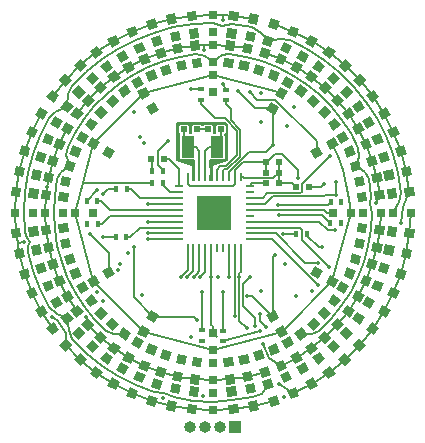
<source format=gtl>
G04 #@! TF.FileFunction,Copper,L1,Top,Signal*
%FSLAX46Y46*%
G04 Gerber Fmt 4.6, Leading zero omitted, Abs format (unit mm)*
G04 Created by KiCad (PCBNEW 4.0.6) date 08/27/17 16:41:40*
%MOMM*%
%LPD*%
G01*
G04 APERTURE LIST*
%ADD10C,0.100000*%
%ADD11R,0.400000X0.600000*%
%ADD12R,0.800000X0.800000*%
%ADD13R,0.600000X0.400000*%
%ADD14R,0.230000X0.800000*%
%ADD15R,0.800000X0.230000*%
%ADD16R,2.900000X2.900000*%
%ADD17C,0.300000*%
%ADD18R,0.600000X0.500000*%
%ADD19R,1.100000X1.900000*%
%ADD20R,0.500000X0.500000*%
%ADD21R,1.000000X1.000000*%
%ADD22O,1.000000X1.000000*%
%ADD23C,0.355600*%
%ADD24C,0.127000*%
%ADD25C,0.152400*%
G04 APERTURE END LIST*
D10*
D11*
X94310000Y-108920000D03*
X93410000Y-108920000D03*
X108530000Y-110570000D03*
X109430000Y-110570000D03*
D10*
G36*
X104532410Y-101888162D02*
X103839590Y-101488162D01*
X104239590Y-100795342D01*
X104932410Y-101195342D01*
X104532410Y-101888162D01*
X104532410Y-101888162D01*
G37*
G36*
X103782410Y-103187200D02*
X103089590Y-102787200D01*
X103489590Y-102094380D01*
X104182410Y-102494380D01*
X103782410Y-103187200D01*
X103782410Y-103187200D01*
G37*
D12*
X98550000Y-99778000D03*
X98550000Y-101278000D03*
D10*
G36*
X93260410Y-101488162D02*
X92567590Y-101888162D01*
X92167590Y-101195342D01*
X92860410Y-100795342D01*
X93260410Y-101488162D01*
X93260410Y-101488162D01*
G37*
G36*
X94010410Y-102787200D02*
X93317590Y-103187200D01*
X92917590Y-102494380D01*
X93610410Y-102094380D01*
X94010410Y-102787200D01*
X94010410Y-102787200D01*
G37*
G36*
X88988162Y-105467590D02*
X88588162Y-106160410D01*
X87895342Y-105760410D01*
X88295342Y-105067590D01*
X88988162Y-105467590D01*
X88988162Y-105467590D01*
G37*
G36*
X90287200Y-106217590D02*
X89887200Y-106910410D01*
X89194380Y-106510410D01*
X89594380Y-105817590D01*
X90287200Y-106217590D01*
X90287200Y-106217590D01*
G37*
D12*
X86878000Y-111450000D03*
X88378000Y-111450000D03*
D10*
G36*
X88588162Y-116739589D02*
X88988162Y-117432409D01*
X88295342Y-117832409D01*
X87895342Y-117139589D01*
X88588162Y-116739589D01*
X88588162Y-116739589D01*
G37*
G36*
X89887200Y-115989589D02*
X90287200Y-116682409D01*
X89594380Y-117082409D01*
X89194380Y-116389589D01*
X89887200Y-115989589D01*
X89887200Y-115989589D01*
G37*
G36*
X92567591Y-121011838D02*
X93260411Y-121411838D01*
X92860411Y-122104658D01*
X92167591Y-121704658D01*
X92567591Y-121011838D01*
X92567591Y-121011838D01*
G37*
G36*
X93317591Y-119712800D02*
X94010411Y-120112800D01*
X93610411Y-120805620D01*
X92917591Y-120405620D01*
X93317591Y-119712800D01*
X93317591Y-119712800D01*
G37*
D12*
X98550000Y-123122000D03*
X98550000Y-121622000D03*
D10*
G36*
X103839590Y-121411838D02*
X104532410Y-121011838D01*
X104932410Y-121704658D01*
X104239590Y-122104658D01*
X103839590Y-121411838D01*
X103839590Y-121411838D01*
G37*
G36*
X103089590Y-120112800D02*
X103782410Y-119712800D01*
X104182410Y-120405620D01*
X103489590Y-120805620D01*
X103089590Y-120112800D01*
X103089590Y-120112800D01*
G37*
G36*
X108111838Y-117432409D02*
X108511838Y-116739589D01*
X109204658Y-117139589D01*
X108804658Y-117832409D01*
X108111838Y-117432409D01*
X108111838Y-117432409D01*
G37*
G36*
X106812800Y-116682409D02*
X107212800Y-115989589D01*
X107905620Y-116389589D01*
X107505620Y-117082409D01*
X106812800Y-116682409D01*
X106812800Y-116682409D01*
G37*
D12*
X110222000Y-111450000D03*
X108722000Y-111450000D03*
D11*
X108520000Y-112320000D03*
X109420000Y-112320000D03*
D10*
G36*
X112328147Y-110404062D02*
X112244524Y-109608445D01*
X113040141Y-109524822D01*
X113123764Y-110320439D01*
X112328147Y-110404062D01*
X112328147Y-110404062D01*
G37*
G36*
X110836365Y-110560854D02*
X110752742Y-109765237D01*
X111548359Y-109681614D01*
X111631982Y-110477231D01*
X110836365Y-110560854D01*
X110836365Y-110560854D01*
G37*
G36*
X112143340Y-108969583D02*
X111977010Y-108187065D01*
X112759528Y-108020735D01*
X112925858Y-108803253D01*
X112143340Y-108969583D01*
X112143340Y-108969583D01*
G37*
G36*
X110676118Y-109281451D02*
X110509788Y-108498933D01*
X111292306Y-108332603D01*
X111458636Y-109115121D01*
X110676118Y-109281451D01*
X110676118Y-109281451D01*
G37*
G36*
X111809598Y-107562280D02*
X111562385Y-106801435D01*
X112323230Y-106554222D01*
X112570443Y-107315067D01*
X111809598Y-107562280D01*
X111809598Y-107562280D01*
G37*
G36*
X110383014Y-108025806D02*
X110135801Y-107264961D01*
X110896646Y-107017748D01*
X111143859Y-107778593D01*
X110383014Y-108025806D01*
X110383014Y-108025806D01*
G37*
G36*
X111330583Y-106197573D02*
X111005194Y-105466736D01*
X111736031Y-105141347D01*
X112061420Y-105872184D01*
X111330583Y-106197573D01*
X111330583Y-106197573D01*
G37*
G36*
X109960265Y-106807677D02*
X109634876Y-106076840D01*
X110365713Y-105751451D01*
X110691102Y-106482288D01*
X109960265Y-106807677D01*
X109960265Y-106807677D01*
G37*
G36*
X110711542Y-104890410D02*
X110311542Y-104197590D01*
X111004362Y-103797590D01*
X111404362Y-104490410D01*
X110711542Y-104890410D01*
X110711542Y-104890410D01*
G37*
G36*
X109412504Y-105640410D02*
X109012504Y-104947590D01*
X109705324Y-104547590D01*
X110105324Y-105240410D01*
X109412504Y-105640410D01*
X109412504Y-105640410D01*
G37*
G36*
X109959256Y-103655117D02*
X109489028Y-103007903D01*
X110136242Y-102537675D01*
X110606470Y-103184889D01*
X109959256Y-103655117D01*
X109959256Y-103655117D01*
G37*
G36*
X108745730Y-104536795D02*
X108275502Y-103889581D01*
X108922716Y-103419353D01*
X109392944Y-104066567D01*
X108745730Y-104536795D01*
X108745730Y-104536795D01*
G37*
G36*
X109081968Y-102505226D02*
X108546664Y-101910710D01*
X109141180Y-101375406D01*
X109676484Y-101969922D01*
X109081968Y-102505226D01*
X109081968Y-102505226D01*
G37*
G36*
X107967250Y-103508922D02*
X107431946Y-102914406D01*
X108026462Y-102379102D01*
X108561766Y-102973618D01*
X107967250Y-103508922D01*
X107967250Y-103508922D01*
G37*
G36*
X108089290Y-101453336D02*
X107494774Y-100918032D01*
X108030078Y-100323516D01*
X108624594Y-100858820D01*
X108089290Y-101453336D01*
X108089290Y-101453336D01*
G37*
G36*
X107085594Y-102568054D02*
X106491078Y-102032750D01*
X107026382Y-101438234D01*
X107620898Y-101973538D01*
X107085594Y-102568054D01*
X107085594Y-102568054D01*
G37*
G36*
X106992097Y-100510972D02*
X106344883Y-100040744D01*
X106815111Y-99393530D01*
X107462325Y-99863758D01*
X106992097Y-100510972D01*
X106992097Y-100510972D01*
G37*
G36*
X106110419Y-101724498D02*
X105463205Y-101254270D01*
X105933433Y-100607056D01*
X106580647Y-101077284D01*
X106110419Y-101724498D01*
X106110419Y-101724498D01*
G37*
G36*
X105802410Y-99688458D02*
X105109590Y-99288458D01*
X105509590Y-98595638D01*
X106202410Y-98995638D01*
X105802410Y-99688458D01*
X105802410Y-99688458D01*
G37*
G36*
X105052410Y-100987496D02*
X104359590Y-100587496D01*
X104759590Y-99894676D01*
X105452410Y-100294676D01*
X105052410Y-100987496D01*
X105052410Y-100987496D01*
G37*
G36*
X104533264Y-98994806D02*
X103802427Y-98669417D01*
X104127816Y-97938580D01*
X104858653Y-98263969D01*
X104533264Y-98994806D01*
X104533264Y-98994806D01*
G37*
G36*
X103923160Y-100365124D02*
X103192323Y-100039735D01*
X103517712Y-99308898D01*
X104248549Y-99634287D01*
X103923160Y-100365124D01*
X103923160Y-100365124D01*
G37*
G36*
X103198565Y-98437615D02*
X102437720Y-98190402D01*
X102684933Y-97429557D01*
X103445778Y-97676770D01*
X103198565Y-98437615D01*
X103198565Y-98437615D01*
G37*
G36*
X102735039Y-99864199D02*
X101974194Y-99616986D01*
X102221407Y-98856141D01*
X102982252Y-99103354D01*
X102735039Y-99864199D01*
X102735039Y-99864199D01*
G37*
D13*
X97520000Y-101900000D03*
X97520000Y-101000000D03*
D10*
G36*
X114854233Y-110138560D02*
X114770610Y-109342943D01*
X115566227Y-109259320D01*
X115649850Y-110054937D01*
X114854233Y-110138560D01*
X114854233Y-110138560D01*
G37*
G36*
X113362451Y-110295352D02*
X113278828Y-109499735D01*
X114074445Y-109416112D01*
X114158068Y-110211729D01*
X113362451Y-110295352D01*
X113362451Y-110295352D01*
G37*
G36*
X114627834Y-108441488D02*
X114461504Y-107658970D01*
X115244022Y-107492640D01*
X115410352Y-108275158D01*
X114627834Y-108441488D01*
X114627834Y-108441488D01*
G37*
G36*
X113160612Y-108753356D02*
X112994282Y-107970838D01*
X113776800Y-107804508D01*
X113943130Y-108587026D01*
X113160612Y-108753356D01*
X113160612Y-108753356D01*
G37*
G36*
X114225282Y-106777377D02*
X113978069Y-106016532D01*
X114738914Y-105769319D01*
X114986127Y-106530164D01*
X114225282Y-106777377D01*
X114225282Y-106777377D01*
G37*
G36*
X112798698Y-107240903D02*
X112551485Y-106480058D01*
X113312330Y-106232845D01*
X113559543Y-106993690D01*
X112798698Y-107240903D01*
X112798698Y-107240903D01*
G37*
G36*
X113650989Y-105164462D02*
X113325600Y-104433625D01*
X114056437Y-104108236D01*
X114381826Y-104839073D01*
X113650989Y-105164462D01*
X113650989Y-105164462D01*
G37*
G36*
X112280671Y-105774566D02*
X111955282Y-105043729D01*
X112686119Y-104718340D01*
X113011508Y-105449177D01*
X112280671Y-105774566D01*
X112280671Y-105774566D01*
G37*
G36*
X112911247Y-103620410D02*
X112511247Y-102927590D01*
X113204067Y-102527590D01*
X113604067Y-103220410D01*
X112911247Y-103620410D01*
X112911247Y-103620410D01*
G37*
G36*
X111612209Y-104370410D02*
X111212209Y-103677590D01*
X111905029Y-103277590D01*
X112305029Y-103970410D01*
X111612209Y-104370410D01*
X111612209Y-104370410D01*
G37*
G36*
X112014159Y-102162143D02*
X111543931Y-101514929D01*
X112191145Y-101044701D01*
X112661373Y-101691915D01*
X112014159Y-102162143D01*
X112014159Y-102162143D01*
G37*
G36*
X110800633Y-103043821D02*
X110330405Y-102396607D01*
X110977619Y-101926379D01*
X111447847Y-102573593D01*
X110800633Y-103043821D01*
X110800633Y-103043821D01*
G37*
G36*
X110969556Y-100805635D02*
X110434252Y-100211119D01*
X111028768Y-99675815D01*
X111564072Y-100270331D01*
X110969556Y-100805635D01*
X110969556Y-100805635D01*
G37*
G36*
X109854838Y-101809331D02*
X109319534Y-101214815D01*
X109914050Y-100679511D01*
X110449354Y-101274027D01*
X109854838Y-101809331D01*
X109854838Y-101809331D01*
G37*
G36*
X109788881Y-99565748D02*
X109194365Y-99030444D01*
X109729669Y-98435928D01*
X110324185Y-98971232D01*
X109788881Y-99565748D01*
X109788881Y-99565748D01*
G37*
G36*
X108785185Y-100680466D02*
X108190669Y-100145162D01*
X108725973Y-99550646D01*
X109320489Y-100085950D01*
X108785185Y-100680466D01*
X108785185Y-100680466D01*
G37*
G36*
X108485071Y-98456069D02*
X107837857Y-97985841D01*
X108308085Y-97338627D01*
X108955299Y-97808855D01*
X108485071Y-98456069D01*
X108485071Y-98456069D01*
G37*
G36*
X107603393Y-99669595D02*
X106956179Y-99199367D01*
X107426407Y-98552153D01*
X108073621Y-99022381D01*
X107603393Y-99669595D01*
X107603393Y-99669595D01*
G37*
G36*
X107072410Y-97488753D02*
X106379590Y-97088753D01*
X106779590Y-96395933D01*
X107472410Y-96795933D01*
X107072410Y-97488753D01*
X107072410Y-97488753D01*
G37*
G36*
X106322410Y-98787791D02*
X105629590Y-98387791D01*
X106029590Y-97694971D01*
X106722410Y-98094971D01*
X106322410Y-98787791D01*
X106322410Y-98787791D01*
G37*
G36*
X105566375Y-96674400D02*
X104835538Y-96349011D01*
X105160927Y-95618174D01*
X105891764Y-95943563D01*
X105566375Y-96674400D01*
X105566375Y-96674400D01*
G37*
G36*
X104956271Y-98044718D02*
X104225434Y-97719329D01*
X104550823Y-96988492D01*
X105281660Y-97313881D01*
X104956271Y-98044718D01*
X104956271Y-98044718D01*
G37*
G36*
X103983468Y-96021931D02*
X103222623Y-95774718D01*
X103469836Y-95013873D01*
X104230681Y-95261086D01*
X103983468Y-96021931D01*
X103983468Y-96021931D01*
G37*
G36*
X103519942Y-97448515D02*
X102759097Y-97201302D01*
X103006310Y-96440457D01*
X103767155Y-96687670D01*
X103519942Y-97448515D01*
X103519942Y-97448515D01*
G37*
D13*
X99640000Y-101940000D03*
X99640000Y-101040000D03*
D10*
G36*
X101812935Y-98022990D02*
X101030417Y-97856660D01*
X101196747Y-97074142D01*
X101979265Y-97240472D01*
X101812935Y-98022990D01*
X101812935Y-98022990D01*
G37*
G36*
X101501067Y-99490212D02*
X100718549Y-99323882D01*
X100884879Y-98541364D01*
X101667397Y-98707694D01*
X101501067Y-99490212D01*
X101501067Y-99490212D01*
G37*
G36*
X100391555Y-97755476D02*
X99595938Y-97671853D01*
X99679561Y-96876236D01*
X100475178Y-96959859D01*
X100391555Y-97755476D01*
X100391555Y-97755476D01*
G37*
G36*
X100234763Y-99247258D02*
X99439146Y-99163635D01*
X99522769Y-98368018D01*
X100318386Y-98451641D01*
X100234763Y-99247258D01*
X100234763Y-99247258D01*
G37*
D12*
X98550000Y-97238000D03*
X98550000Y-98738000D03*
D10*
G36*
X97504062Y-97671853D02*
X96708445Y-97755476D01*
X96624822Y-96959859D01*
X97420439Y-96876236D01*
X97504062Y-97671853D01*
X97504062Y-97671853D01*
G37*
G36*
X97660854Y-99163635D02*
X96865237Y-99247258D01*
X96781614Y-98451641D01*
X97577231Y-98368018D01*
X97660854Y-99163635D01*
X97660854Y-99163635D01*
G37*
G36*
X96069583Y-97856660D02*
X95287065Y-98022990D01*
X95120735Y-97240472D01*
X95903253Y-97074142D01*
X96069583Y-97856660D01*
X96069583Y-97856660D01*
G37*
G36*
X96381451Y-99323882D02*
X95598933Y-99490212D01*
X95432603Y-98707694D01*
X96215121Y-98541364D01*
X96381451Y-99323882D01*
X96381451Y-99323882D01*
G37*
G36*
X94662280Y-98190402D02*
X93901435Y-98437615D01*
X93654222Y-97676770D01*
X94415067Y-97429557D01*
X94662280Y-98190402D01*
X94662280Y-98190402D01*
G37*
G36*
X95125806Y-99616986D02*
X94364961Y-99864199D01*
X94117748Y-99103354D01*
X94878593Y-98856141D01*
X95125806Y-99616986D01*
X95125806Y-99616986D01*
G37*
G36*
X93297573Y-98669417D02*
X92566736Y-98994806D01*
X92241347Y-98263969D01*
X92972184Y-97938580D01*
X93297573Y-98669417D01*
X93297573Y-98669417D01*
G37*
G36*
X93907677Y-100039735D02*
X93176840Y-100365124D01*
X92851451Y-99634287D01*
X93582288Y-99308898D01*
X93907677Y-100039735D01*
X93907677Y-100039735D01*
G37*
G36*
X91990410Y-99288458D02*
X91297590Y-99688458D01*
X90897590Y-98995638D01*
X91590410Y-98595638D01*
X91990410Y-99288458D01*
X91990410Y-99288458D01*
G37*
G36*
X92740410Y-100587496D02*
X92047590Y-100987496D01*
X91647590Y-100294676D01*
X92340410Y-99894676D01*
X92740410Y-100587496D01*
X92740410Y-100587496D01*
G37*
G36*
X90755117Y-100040744D02*
X90107903Y-100510972D01*
X89637675Y-99863758D01*
X90284889Y-99393530D01*
X90755117Y-100040744D01*
X90755117Y-100040744D01*
G37*
G36*
X91636795Y-101254270D02*
X90989581Y-101724498D01*
X90519353Y-101077284D01*
X91166567Y-100607056D01*
X91636795Y-101254270D01*
X91636795Y-101254270D01*
G37*
G36*
X89605226Y-100918032D02*
X89010710Y-101453336D01*
X88475406Y-100858820D01*
X89069922Y-100323516D01*
X89605226Y-100918032D01*
X89605226Y-100918032D01*
G37*
G36*
X90608922Y-102032750D02*
X90014406Y-102568054D01*
X89479102Y-101973538D01*
X90073618Y-101438234D01*
X90608922Y-102032750D01*
X90608922Y-102032750D01*
G37*
G36*
X88553336Y-101910710D02*
X88018032Y-102505226D01*
X87423516Y-101969922D01*
X87958820Y-101375406D01*
X88553336Y-101910710D01*
X88553336Y-101910710D01*
G37*
G36*
X89668054Y-102914406D02*
X89132750Y-103508922D01*
X88538234Y-102973618D01*
X89073538Y-102379102D01*
X89668054Y-102914406D01*
X89668054Y-102914406D01*
G37*
G36*
X87610972Y-103007903D02*
X87140744Y-103655117D01*
X86493530Y-103184889D01*
X86963758Y-102537675D01*
X87610972Y-103007903D01*
X87610972Y-103007903D01*
G37*
G36*
X88824498Y-103889581D02*
X88354270Y-104536795D01*
X87707056Y-104066567D01*
X88177284Y-103419353D01*
X88824498Y-103889581D01*
X88824498Y-103889581D01*
G37*
D11*
X88790000Y-110500000D03*
X87890000Y-110500000D03*
D10*
G36*
X102341030Y-95538496D02*
X101558512Y-95372166D01*
X101724842Y-94589648D01*
X102507360Y-94755978D01*
X102341030Y-95538496D01*
X102341030Y-95538496D01*
G37*
G36*
X102029162Y-97005718D02*
X101246644Y-96839388D01*
X101412974Y-96056870D01*
X102195492Y-96223200D01*
X102029162Y-97005718D01*
X102029162Y-97005718D01*
G37*
G36*
X100657057Y-95229390D02*
X99861440Y-95145767D01*
X99945063Y-94350150D01*
X100740680Y-94433773D01*
X100657057Y-95229390D01*
X100657057Y-95229390D01*
G37*
G36*
X100500265Y-96721172D02*
X99704648Y-96637549D01*
X99788271Y-95841932D01*
X100583888Y-95925555D01*
X100500265Y-96721172D01*
X100500265Y-96721172D01*
G37*
D12*
X98550000Y-94698000D03*
X98550000Y-96198000D03*
D10*
G36*
X97238560Y-95145767D02*
X96442943Y-95229390D01*
X96359320Y-94433773D01*
X97154937Y-94350150D01*
X97238560Y-95145767D01*
X97238560Y-95145767D01*
G37*
G36*
X97395352Y-96637549D02*
X96599735Y-96721172D01*
X96516112Y-95925555D01*
X97311729Y-95841932D01*
X97395352Y-96637549D01*
X97395352Y-96637549D01*
G37*
G36*
X95541488Y-95372166D02*
X94758970Y-95538496D01*
X94592640Y-94755978D01*
X95375158Y-94589648D01*
X95541488Y-95372166D01*
X95541488Y-95372166D01*
G37*
G36*
X95853356Y-96839388D02*
X95070838Y-97005718D01*
X94904508Y-96223200D01*
X95687026Y-96056870D01*
X95853356Y-96839388D01*
X95853356Y-96839388D01*
G37*
G36*
X90720410Y-97088753D02*
X90027590Y-97488753D01*
X89627590Y-96795933D01*
X90320410Y-96395933D01*
X90720410Y-97088753D01*
X90720410Y-97088753D01*
G37*
G36*
X91470410Y-98387791D02*
X90777590Y-98787791D01*
X90377590Y-98094971D01*
X91070410Y-97694971D01*
X91470410Y-98387791D01*
X91470410Y-98387791D01*
G37*
G36*
X87905635Y-99030444D02*
X87311119Y-99565748D01*
X86775815Y-98971232D01*
X87370331Y-98435928D01*
X87905635Y-99030444D01*
X87905635Y-99030444D01*
G37*
G36*
X88909331Y-100145162D02*
X88314815Y-100680466D01*
X87779511Y-100085950D01*
X88374027Y-99550646D01*
X88909331Y-100145162D01*
X88909331Y-100145162D01*
G37*
G36*
X86665748Y-100211119D02*
X86130444Y-100805635D01*
X85535928Y-100270331D01*
X86071232Y-99675815D01*
X86665748Y-100211119D01*
X86665748Y-100211119D01*
G37*
G36*
X87780466Y-101214815D02*
X87245162Y-101809331D01*
X86650646Y-101274027D01*
X87185950Y-100679511D01*
X87780466Y-101214815D01*
X87780466Y-101214815D01*
G37*
G36*
X85556069Y-101514929D02*
X85085841Y-102162143D01*
X84438627Y-101691915D01*
X84908855Y-101044701D01*
X85556069Y-101514929D01*
X85556069Y-101514929D01*
G37*
G36*
X86769595Y-102396607D02*
X86299367Y-103043821D01*
X85652153Y-102573593D01*
X86122381Y-101926379D01*
X86769595Y-102396607D01*
X86769595Y-102396607D01*
G37*
D11*
X88810000Y-112420000D03*
X87910000Y-112420000D03*
D10*
G36*
X86788458Y-104197590D02*
X86388458Y-104890410D01*
X85695638Y-104490410D01*
X86095638Y-103797590D01*
X86788458Y-104197590D01*
X86788458Y-104197590D01*
G37*
G36*
X88087496Y-104947590D02*
X87687496Y-105640410D01*
X86994676Y-105240410D01*
X87394676Y-104547590D01*
X88087496Y-104947590D01*
X88087496Y-104947590D01*
G37*
G36*
X86094806Y-105466736D02*
X85769417Y-106197573D01*
X85038580Y-105872184D01*
X85363969Y-105141347D01*
X86094806Y-105466736D01*
X86094806Y-105466736D01*
G37*
G36*
X87465124Y-106076840D02*
X87139735Y-106807677D01*
X86408898Y-106482288D01*
X86734287Y-105751451D01*
X87465124Y-106076840D01*
X87465124Y-106076840D01*
G37*
G36*
X85537615Y-106801435D02*
X85290402Y-107562280D01*
X84529557Y-107315067D01*
X84776770Y-106554222D01*
X85537615Y-106801435D01*
X85537615Y-106801435D01*
G37*
G36*
X86964199Y-107264961D02*
X86716986Y-108025806D01*
X85956141Y-107778593D01*
X86203354Y-107017748D01*
X86964199Y-107264961D01*
X86964199Y-107264961D01*
G37*
G36*
X85122990Y-108187065D02*
X84956660Y-108969583D01*
X84174142Y-108803253D01*
X84340472Y-108020735D01*
X85122990Y-108187065D01*
X85122990Y-108187065D01*
G37*
G36*
X86590212Y-108498933D02*
X86423882Y-109281451D01*
X85641364Y-109115121D01*
X85807694Y-108332603D01*
X86590212Y-108498933D01*
X86590212Y-108498933D01*
G37*
G36*
X84855476Y-109608445D02*
X84771853Y-110404062D01*
X83976236Y-110320439D01*
X84059859Y-109524822D01*
X84855476Y-109608445D01*
X84855476Y-109608445D01*
G37*
G36*
X86347258Y-109765237D02*
X86263635Y-110560854D01*
X85468018Y-110477231D01*
X85551641Y-109681614D01*
X86347258Y-109765237D01*
X86347258Y-109765237D01*
G37*
D12*
X84338000Y-111450000D03*
X85838000Y-111450000D03*
D10*
G36*
X84771853Y-112495938D02*
X84855476Y-113291555D01*
X84059859Y-113375178D01*
X83976236Y-112579561D01*
X84771853Y-112495938D01*
X84771853Y-112495938D01*
G37*
G36*
X86263635Y-112339146D02*
X86347258Y-113134763D01*
X85551641Y-113218386D01*
X85468018Y-112422769D01*
X86263635Y-112339146D01*
X86263635Y-112339146D01*
G37*
G36*
X84956660Y-113930417D02*
X85122990Y-114712935D01*
X84340472Y-114879265D01*
X84174142Y-114096747D01*
X84956660Y-113930417D01*
X84956660Y-113930417D01*
G37*
G36*
X86423882Y-113618549D02*
X86590212Y-114401067D01*
X85807694Y-114567397D01*
X85641364Y-113784879D01*
X86423882Y-113618549D01*
X86423882Y-113618549D01*
G37*
G36*
X85290402Y-115337720D02*
X85537615Y-116098565D01*
X84776770Y-116345778D01*
X84529557Y-115584933D01*
X85290402Y-115337720D01*
X85290402Y-115337720D01*
G37*
G36*
X86716986Y-114874194D02*
X86964199Y-115635039D01*
X86203354Y-115882252D01*
X85956141Y-115121407D01*
X86716986Y-114874194D01*
X86716986Y-114874194D01*
G37*
G36*
X85769417Y-116702427D02*
X86094806Y-117433264D01*
X85363969Y-117758653D01*
X85038580Y-117027816D01*
X85769417Y-116702427D01*
X85769417Y-116702427D01*
G37*
G36*
X87139735Y-116092323D02*
X87465124Y-116823160D01*
X86734287Y-117148549D01*
X86408898Y-116417712D01*
X87139735Y-116092323D01*
X87139735Y-116092323D01*
G37*
G36*
X86388458Y-118009589D02*
X86788458Y-118702409D01*
X86095638Y-119102409D01*
X85695638Y-118409589D01*
X86388458Y-118009589D01*
X86388458Y-118009589D01*
G37*
G36*
X87687496Y-117259589D02*
X88087496Y-117952409D01*
X87394676Y-118352409D01*
X86994676Y-117659589D01*
X87687496Y-117259589D01*
X87687496Y-117259589D01*
G37*
G36*
X87140744Y-119244883D02*
X87610972Y-119892097D01*
X86963758Y-120362325D01*
X86493530Y-119715111D01*
X87140744Y-119244883D01*
X87140744Y-119244883D01*
G37*
G36*
X88354270Y-118363205D02*
X88824498Y-119010419D01*
X88177284Y-119480647D01*
X87707056Y-118833433D01*
X88354270Y-118363205D01*
X88354270Y-118363205D01*
G37*
G36*
X83774400Y-104433625D02*
X83449011Y-105164462D01*
X82718174Y-104839073D01*
X83043563Y-104108236D01*
X83774400Y-104433625D01*
X83774400Y-104433625D01*
G37*
G36*
X85144718Y-105043729D02*
X84819329Y-105774566D01*
X84088492Y-105449177D01*
X84413881Y-104718340D01*
X85144718Y-105043729D01*
X85144718Y-105043729D01*
G37*
G36*
X83121931Y-106016532D02*
X82874718Y-106777377D01*
X82113873Y-106530164D01*
X82361086Y-105769319D01*
X83121931Y-106016532D01*
X83121931Y-106016532D01*
G37*
G36*
X84548515Y-106480058D02*
X84301302Y-107240903D01*
X83540457Y-106993690D01*
X83787670Y-106232845D01*
X84548515Y-106480058D01*
X84548515Y-106480058D01*
G37*
G36*
X82329390Y-109342943D02*
X82245767Y-110138560D01*
X81450150Y-110054937D01*
X81533773Y-109259320D01*
X82329390Y-109342943D01*
X82329390Y-109342943D01*
G37*
G36*
X83821172Y-109499735D02*
X83737549Y-110295352D01*
X82941932Y-110211729D01*
X83025555Y-109416112D01*
X83821172Y-109499735D01*
X83821172Y-109499735D01*
G37*
D12*
X81798000Y-111450000D03*
X83298000Y-111450000D03*
D10*
G36*
X82245767Y-112761440D02*
X82329390Y-113557057D01*
X81533773Y-113640680D01*
X81450150Y-112845063D01*
X82245767Y-112761440D01*
X82245767Y-112761440D01*
G37*
G36*
X83737549Y-112604648D02*
X83821172Y-113400265D01*
X83025555Y-113483888D01*
X82941932Y-112688271D01*
X83737549Y-112604648D01*
X83737549Y-112604648D01*
G37*
G36*
X82472166Y-114458512D02*
X82638496Y-115241030D01*
X81855978Y-115407360D01*
X81689648Y-114624842D01*
X82472166Y-114458512D01*
X82472166Y-114458512D01*
G37*
G36*
X83939388Y-114146644D02*
X84105718Y-114929162D01*
X83323200Y-115095492D01*
X83156870Y-114312974D01*
X83939388Y-114146644D01*
X83939388Y-114146644D01*
G37*
G36*
X82874718Y-116122623D02*
X83121931Y-116883468D01*
X82361086Y-117130681D01*
X82113873Y-116369836D01*
X82874718Y-116122623D01*
X82874718Y-116122623D01*
G37*
G36*
X84301302Y-115659097D02*
X84548515Y-116419942D01*
X83787670Y-116667155D01*
X83540457Y-115906310D01*
X84301302Y-115659097D01*
X84301302Y-115659097D01*
G37*
G36*
X83449011Y-117735538D02*
X83774400Y-118466375D01*
X83043563Y-118791764D01*
X82718174Y-118060927D01*
X83449011Y-117735538D01*
X83449011Y-117735538D01*
G37*
G36*
X84819329Y-117125434D02*
X85144718Y-117856271D01*
X84413881Y-118181660D01*
X84088492Y-117450823D01*
X84819329Y-117125434D01*
X84819329Y-117125434D01*
G37*
G36*
X84188753Y-119279589D02*
X84588753Y-119972409D01*
X83895933Y-120372409D01*
X83495933Y-119679589D01*
X84188753Y-119279589D01*
X84188753Y-119279589D01*
G37*
G36*
X85487791Y-118529589D02*
X85887791Y-119222409D01*
X85194971Y-119622409D01*
X84794971Y-118929589D01*
X85487791Y-118529589D01*
X85487791Y-118529589D01*
G37*
G36*
X85085841Y-120737857D02*
X85556069Y-121385071D01*
X84908855Y-121855299D01*
X84438627Y-121208085D01*
X85085841Y-120737857D01*
X85085841Y-120737857D01*
G37*
G36*
X86299367Y-119856179D02*
X86769595Y-120503393D01*
X86122381Y-120973621D01*
X85652153Y-120326407D01*
X86299367Y-119856179D01*
X86299367Y-119856179D01*
G37*
D11*
X91280000Y-109460000D03*
X90380000Y-109460000D03*
D10*
G36*
X88018032Y-120394774D02*
X88553336Y-120989290D01*
X87958820Y-121524594D01*
X87423516Y-120930078D01*
X88018032Y-120394774D01*
X88018032Y-120394774D01*
G37*
G36*
X89132750Y-119391078D02*
X89668054Y-119985594D01*
X89073538Y-120520898D01*
X88538234Y-119926382D01*
X89132750Y-119391078D01*
X89132750Y-119391078D01*
G37*
G36*
X89010710Y-121446664D02*
X89605226Y-121981968D01*
X89069922Y-122576484D01*
X88475406Y-122041180D01*
X89010710Y-121446664D01*
X89010710Y-121446664D01*
G37*
G36*
X90014406Y-120331946D02*
X90608922Y-120867250D01*
X90073618Y-121461766D01*
X89479102Y-120926462D01*
X90014406Y-120331946D01*
X90014406Y-120331946D01*
G37*
G36*
X90107903Y-122389028D02*
X90755117Y-122859256D01*
X90284889Y-123506470D01*
X89637675Y-123036242D01*
X90107903Y-122389028D01*
X90107903Y-122389028D01*
G37*
G36*
X90989581Y-121175502D02*
X91636795Y-121645730D01*
X91166567Y-122292944D01*
X90519353Y-121822716D01*
X90989581Y-121175502D01*
X90989581Y-121175502D01*
G37*
G36*
X91297591Y-123211542D02*
X91990411Y-123611542D01*
X91590411Y-124304362D01*
X90897591Y-123904362D01*
X91297591Y-123211542D01*
X91297591Y-123211542D01*
G37*
G36*
X92047591Y-121912504D02*
X92740411Y-122312504D01*
X92340411Y-123005324D01*
X91647591Y-122605324D01*
X92047591Y-121912504D01*
X92047591Y-121912504D01*
G37*
G36*
X92566736Y-123905194D02*
X93297573Y-124230583D01*
X92972184Y-124961420D01*
X92241347Y-124636031D01*
X92566736Y-123905194D01*
X92566736Y-123905194D01*
G37*
G36*
X93176840Y-122534876D02*
X93907677Y-122860265D01*
X93582288Y-123591102D01*
X92851451Y-123265713D01*
X93176840Y-122534876D01*
X93176840Y-122534876D01*
G37*
G36*
X93901435Y-124462385D02*
X94662280Y-124709598D01*
X94415067Y-125470443D01*
X93654222Y-125223230D01*
X93901435Y-124462385D01*
X93901435Y-124462385D01*
G37*
G36*
X94364961Y-123035801D02*
X95125806Y-123283014D01*
X94878593Y-124043859D01*
X94117748Y-123796646D01*
X94364961Y-123035801D01*
X94364961Y-123035801D01*
G37*
G36*
X95287065Y-124877010D02*
X96069583Y-125043340D01*
X95903253Y-125825858D01*
X95120735Y-125659528D01*
X95287065Y-124877010D01*
X95287065Y-124877010D01*
G37*
G36*
X95598933Y-123409788D02*
X96381451Y-123576118D01*
X96215121Y-124358636D01*
X95432603Y-124192306D01*
X95598933Y-123409788D01*
X95598933Y-123409788D01*
G37*
G36*
X96708445Y-125144524D02*
X97504062Y-125228147D01*
X97420439Y-126023764D01*
X96624822Y-125940141D01*
X96708445Y-125144524D01*
X96708445Y-125144524D01*
G37*
G36*
X96865237Y-123652742D02*
X97660854Y-123736365D01*
X97577231Y-124531982D01*
X96781614Y-124448359D01*
X96865237Y-123652742D01*
X96865237Y-123652742D01*
G37*
D12*
X98550000Y-125662000D03*
X98550000Y-124162000D03*
D10*
G36*
X99595938Y-125228147D02*
X100391555Y-125144524D01*
X100475178Y-125940141D01*
X99679561Y-126023764D01*
X99595938Y-125228147D01*
X99595938Y-125228147D01*
G37*
G36*
X99439146Y-123736365D02*
X100234763Y-123652742D01*
X100318386Y-124448359D01*
X99522769Y-124531982D01*
X99439146Y-123736365D01*
X99439146Y-123736365D01*
G37*
G36*
X101030417Y-125043340D02*
X101812935Y-124877010D01*
X101979265Y-125659528D01*
X101196747Y-125825858D01*
X101030417Y-125043340D01*
X101030417Y-125043340D01*
G37*
G36*
X100718549Y-123576118D02*
X101501067Y-123409788D01*
X101667397Y-124192306D01*
X100884879Y-124358636D01*
X100718549Y-123576118D01*
X100718549Y-123576118D01*
G37*
G36*
X102437720Y-124709598D02*
X103198565Y-124462385D01*
X103445778Y-125223230D01*
X102684933Y-125470443D01*
X102437720Y-124709598D01*
X102437720Y-124709598D01*
G37*
G36*
X101974194Y-123283014D02*
X102735039Y-123035801D01*
X102982252Y-123796646D01*
X102221407Y-124043859D01*
X101974194Y-123283014D01*
X101974194Y-123283014D01*
G37*
D13*
X99430000Y-121440000D03*
X99430000Y-122340000D03*
D10*
G36*
X86130444Y-122094365D02*
X86665748Y-122688881D01*
X86071232Y-123224185D01*
X85535928Y-122629669D01*
X86130444Y-122094365D01*
X86130444Y-122094365D01*
G37*
G36*
X87245162Y-121090669D02*
X87780466Y-121685185D01*
X87185950Y-122220489D01*
X86650646Y-121625973D01*
X87245162Y-121090669D01*
X87245162Y-121090669D01*
G37*
G36*
X87311119Y-123334252D02*
X87905635Y-123869556D01*
X87370331Y-124464072D01*
X86775815Y-123928768D01*
X87311119Y-123334252D01*
X87311119Y-123334252D01*
G37*
G36*
X88314815Y-122219534D02*
X88909331Y-122754838D01*
X88374027Y-123349354D01*
X87779511Y-122814050D01*
X88314815Y-122219534D01*
X88314815Y-122219534D01*
G37*
G36*
X88614929Y-124443931D02*
X89262143Y-124914159D01*
X88791915Y-125561373D01*
X88144701Y-125091145D01*
X88614929Y-124443931D01*
X88614929Y-124443931D01*
G37*
G36*
X89496607Y-123230405D02*
X90143821Y-123700633D01*
X89673593Y-124347847D01*
X89026379Y-123877619D01*
X89496607Y-123230405D01*
X89496607Y-123230405D01*
G37*
G36*
X90027591Y-125411247D02*
X90720411Y-125811247D01*
X90320411Y-126504067D01*
X89627591Y-126104067D01*
X90027591Y-125411247D01*
X90027591Y-125411247D01*
G37*
G36*
X90777591Y-124112209D02*
X91470411Y-124512209D01*
X91070411Y-125205029D01*
X90377591Y-124805029D01*
X90777591Y-124112209D01*
X90777591Y-124112209D01*
G37*
G36*
X91533625Y-126225600D02*
X92264462Y-126550989D01*
X91939073Y-127281826D01*
X91208236Y-126956437D01*
X91533625Y-126225600D01*
X91533625Y-126225600D01*
G37*
G36*
X92143729Y-124855282D02*
X92874566Y-125180671D01*
X92549177Y-125911508D01*
X91818340Y-125586119D01*
X92143729Y-124855282D01*
X92143729Y-124855282D01*
G37*
G36*
X94758970Y-127361504D02*
X95541488Y-127527834D01*
X95375158Y-128310352D01*
X94592640Y-128144022D01*
X94758970Y-127361504D01*
X94758970Y-127361504D01*
G37*
G36*
X95070838Y-125894282D02*
X95853356Y-126060612D01*
X95687026Y-126843130D01*
X94904508Y-126676800D01*
X95070838Y-125894282D01*
X95070838Y-125894282D01*
G37*
G36*
X96442943Y-127670610D02*
X97238560Y-127754233D01*
X97154937Y-128549850D01*
X96359320Y-128466227D01*
X96442943Y-127670610D01*
X96442943Y-127670610D01*
G37*
G36*
X96599735Y-126178828D02*
X97395352Y-126262451D01*
X97311729Y-127058068D01*
X96516112Y-126974445D01*
X96599735Y-126178828D01*
X96599735Y-126178828D01*
G37*
D12*
X98550000Y-128202000D03*
X98550000Y-126702000D03*
D10*
G36*
X99861440Y-127754233D02*
X100657057Y-127670610D01*
X100740680Y-128466227D01*
X99945063Y-128549850D01*
X99861440Y-127754233D01*
X99861440Y-127754233D01*
G37*
G36*
X99704648Y-126262451D02*
X100500265Y-126178828D01*
X100583888Y-126974445D01*
X99788271Y-127058068D01*
X99704648Y-126262451D01*
X99704648Y-126262451D01*
G37*
G36*
X101558512Y-127527834D02*
X102341030Y-127361504D01*
X102507360Y-128144022D01*
X101724842Y-128310352D01*
X101558512Y-127527834D01*
X101558512Y-127527834D01*
G37*
G36*
X101246644Y-126060612D02*
X102029162Y-125894282D01*
X102195492Y-126676800D01*
X101412974Y-126843130D01*
X101246644Y-126060612D01*
X101246644Y-126060612D01*
G37*
G36*
X103222623Y-127125282D02*
X103983468Y-126878069D01*
X104230681Y-127638914D01*
X103469836Y-127886127D01*
X103222623Y-127125282D01*
X103222623Y-127125282D01*
G37*
G36*
X102759097Y-125698698D02*
X103519942Y-125451485D01*
X103767155Y-126212330D01*
X103006310Y-126459543D01*
X102759097Y-125698698D01*
X102759097Y-125698698D01*
G37*
G36*
X105109590Y-123611542D02*
X105802410Y-123211542D01*
X106202410Y-123904362D01*
X105509590Y-124304362D01*
X105109590Y-123611542D01*
X105109590Y-123611542D01*
G37*
G36*
X104359590Y-122312504D02*
X105052410Y-121912504D01*
X105452410Y-122605324D01*
X104759590Y-123005324D01*
X104359590Y-122312504D01*
X104359590Y-122312504D01*
G37*
G36*
X106344883Y-122859256D02*
X106992097Y-122389028D01*
X107462325Y-123036242D01*
X106815111Y-123506470D01*
X106344883Y-122859256D01*
X106344883Y-122859256D01*
G37*
G36*
X105463205Y-121645730D02*
X106110419Y-121175502D01*
X106580647Y-121822716D01*
X105933433Y-122292944D01*
X105463205Y-121645730D01*
X105463205Y-121645730D01*
G37*
G36*
X108546664Y-120989290D02*
X109081968Y-120394774D01*
X109676484Y-120930078D01*
X109141180Y-121524594D01*
X108546664Y-120989290D01*
X108546664Y-120989290D01*
G37*
G36*
X107431946Y-119985594D02*
X107967250Y-119391078D01*
X108561766Y-119926382D01*
X108026462Y-120520898D01*
X107431946Y-119985594D01*
X107431946Y-119985594D01*
G37*
G36*
X110311542Y-118702409D02*
X110711542Y-118009589D01*
X111404362Y-118409589D01*
X111004362Y-119102409D01*
X110311542Y-118702409D01*
X110311542Y-118702409D01*
G37*
G36*
X109012504Y-117952409D02*
X109412504Y-117259589D01*
X110105324Y-117659589D01*
X109705324Y-118352409D01*
X109012504Y-117952409D01*
X109012504Y-117952409D01*
G37*
G36*
X111005194Y-117433264D02*
X111330583Y-116702427D01*
X112061420Y-117027816D01*
X111736031Y-117758653D01*
X111005194Y-117433264D01*
X111005194Y-117433264D01*
G37*
G36*
X109634876Y-116823160D02*
X109960265Y-116092323D01*
X110691102Y-116417712D01*
X110365713Y-117148549D01*
X109634876Y-116823160D01*
X109634876Y-116823160D01*
G37*
G36*
X111562385Y-116098565D02*
X111809598Y-115337720D01*
X112570443Y-115584933D01*
X112323230Y-116345778D01*
X111562385Y-116098565D01*
X111562385Y-116098565D01*
G37*
G36*
X110135801Y-115635039D02*
X110383014Y-114874194D01*
X111143859Y-115121407D01*
X110896646Y-115882252D01*
X110135801Y-115635039D01*
X110135801Y-115635039D01*
G37*
G36*
X111977010Y-114712935D02*
X112143340Y-113930417D01*
X112925858Y-114096747D01*
X112759528Y-114879265D01*
X111977010Y-114712935D01*
X111977010Y-114712935D01*
G37*
G36*
X110509788Y-114401067D02*
X110676118Y-113618549D01*
X111458636Y-113784879D01*
X111292306Y-114567397D01*
X110509788Y-114401067D01*
X110509788Y-114401067D01*
G37*
G36*
X112244524Y-113291555D02*
X112328147Y-112495938D01*
X113123764Y-112579561D01*
X113040141Y-113375178D01*
X112244524Y-113291555D01*
X112244524Y-113291555D01*
G37*
G36*
X110752742Y-113134763D02*
X110836365Y-112339146D01*
X111631982Y-112422769D01*
X111548359Y-113218386D01*
X110752742Y-113134763D01*
X110752742Y-113134763D01*
G37*
D12*
X112762000Y-111450000D03*
X111262000Y-111450000D03*
D11*
X105640000Y-113300000D03*
X106540000Y-113300000D03*
D10*
G36*
X104835538Y-126550989D02*
X105566375Y-126225600D01*
X105891764Y-126956437D01*
X105160927Y-127281826D01*
X104835538Y-126550989D01*
X104835538Y-126550989D01*
G37*
G36*
X104225434Y-125180671D02*
X104956271Y-124855282D01*
X105281660Y-125586119D01*
X104550823Y-125911508D01*
X104225434Y-125180671D01*
X104225434Y-125180671D01*
G37*
G36*
X106379590Y-125811247D02*
X107072410Y-125411247D01*
X107472410Y-126104067D01*
X106779590Y-126504067D01*
X106379590Y-125811247D01*
X106379590Y-125811247D01*
G37*
G36*
X105629590Y-124512209D02*
X106322410Y-124112209D01*
X106722410Y-124805029D01*
X106029590Y-125205029D01*
X105629590Y-124512209D01*
X105629590Y-124512209D01*
G37*
G36*
X107837857Y-124914159D02*
X108485071Y-124443931D01*
X108955299Y-125091145D01*
X108308085Y-125561373D01*
X107837857Y-124914159D01*
X107837857Y-124914159D01*
G37*
G36*
X106956179Y-123700633D02*
X107603393Y-123230405D01*
X108073621Y-123877619D01*
X107426407Y-124347847D01*
X106956179Y-123700633D01*
X106956179Y-123700633D01*
G37*
G36*
X109194365Y-123869556D02*
X109788881Y-123334252D01*
X110324185Y-123928768D01*
X109729669Y-124464072D01*
X109194365Y-123869556D01*
X109194365Y-123869556D01*
G37*
G36*
X108190669Y-122754838D02*
X108785185Y-122219534D01*
X109320489Y-122814050D01*
X108725973Y-123349354D01*
X108190669Y-122754838D01*
X108190669Y-122754838D01*
G37*
G36*
X110434252Y-122688881D02*
X110969556Y-122094365D01*
X111564072Y-122629669D01*
X111028768Y-123224185D01*
X110434252Y-122688881D01*
X110434252Y-122688881D01*
G37*
G36*
X109319534Y-121685185D02*
X109854838Y-121090669D01*
X110449354Y-121625973D01*
X109914050Y-122220489D01*
X109319534Y-121685185D01*
X109319534Y-121685185D01*
G37*
G36*
X111543931Y-121385071D02*
X112014159Y-120737857D01*
X112661373Y-121208085D01*
X112191145Y-121855299D01*
X111543931Y-121385071D01*
X111543931Y-121385071D01*
G37*
G36*
X110330405Y-120503393D02*
X110800633Y-119856179D01*
X111447847Y-120326407D01*
X110977619Y-120973621D01*
X110330405Y-120503393D01*
X110330405Y-120503393D01*
G37*
G36*
X112511247Y-119972409D02*
X112911247Y-119279589D01*
X113604067Y-119679589D01*
X113204067Y-120372409D01*
X112511247Y-119972409D01*
X112511247Y-119972409D01*
G37*
G36*
X111212209Y-119222409D02*
X111612209Y-118529589D01*
X112305029Y-118929589D01*
X111905029Y-119622409D01*
X111212209Y-119222409D01*
X111212209Y-119222409D01*
G37*
G36*
X113325600Y-118466375D02*
X113650989Y-117735538D01*
X114381826Y-118060927D01*
X114056437Y-118791764D01*
X113325600Y-118466375D01*
X113325600Y-118466375D01*
G37*
G36*
X111955282Y-117856271D02*
X112280671Y-117125434D01*
X113011508Y-117450823D01*
X112686119Y-118181660D01*
X111955282Y-117856271D01*
X111955282Y-117856271D01*
G37*
G36*
X113978069Y-116883468D02*
X114225282Y-116122623D01*
X114986127Y-116369836D01*
X114738914Y-117130681D01*
X113978069Y-116883468D01*
X113978069Y-116883468D01*
G37*
G36*
X112551485Y-116419942D02*
X112798698Y-115659097D01*
X113559543Y-115906310D01*
X113312330Y-116667155D01*
X112551485Y-116419942D01*
X112551485Y-116419942D01*
G37*
G36*
X114461504Y-115241030D02*
X114627834Y-114458512D01*
X115410352Y-114624842D01*
X115244022Y-115407360D01*
X114461504Y-115241030D01*
X114461504Y-115241030D01*
G37*
G36*
X112994282Y-114929162D02*
X113160612Y-114146644D01*
X113943130Y-114312974D01*
X113776800Y-115095492D01*
X112994282Y-114929162D01*
X112994282Y-114929162D01*
G37*
G36*
X114770610Y-113557057D02*
X114854233Y-112761440D01*
X115649850Y-112845063D01*
X115566227Y-113640680D01*
X114770610Y-113557057D01*
X114770610Y-113557057D01*
G37*
G36*
X113278828Y-113400265D02*
X113362451Y-112604648D01*
X114158068Y-112688271D01*
X114074445Y-113483888D01*
X113278828Y-113400265D01*
X113278828Y-113400265D01*
G37*
D12*
X115302000Y-111450000D03*
X113802000Y-111450000D03*
D11*
X93410000Y-107930000D03*
X94310000Y-107930000D03*
D14*
X100920000Y-108470000D03*
X100420000Y-108470000D03*
X99920000Y-108470000D03*
X99420000Y-108470000D03*
X98920000Y-108470000D03*
X98420000Y-108470000D03*
X97920000Y-108470000D03*
X97420000Y-108470000D03*
X96920000Y-108470000D03*
X96420000Y-108470000D03*
D15*
X95670000Y-111220000D03*
X95670000Y-110720000D03*
X95670000Y-110220000D03*
X95670000Y-109720000D03*
X95670000Y-109220000D03*
X95670000Y-111720000D03*
X95670000Y-112220000D03*
X95670000Y-112720000D03*
X95670000Y-113220000D03*
X95670000Y-113720000D03*
X101670000Y-111220000D03*
X101670000Y-110720000D03*
X101670000Y-110220000D03*
X101670000Y-109720000D03*
X101670000Y-109220000D03*
X101670000Y-111720000D03*
X101670000Y-112220000D03*
X101670000Y-112720000D03*
X101670000Y-113220000D03*
X101670000Y-113720000D03*
D14*
X98920000Y-114470000D03*
X99420000Y-114470000D03*
X99920000Y-114470000D03*
X100420000Y-114470000D03*
X100920000Y-114470000D03*
X98420000Y-114470000D03*
X97920000Y-114470000D03*
X97420000Y-114470000D03*
X96920000Y-114470000D03*
X96420000Y-114470000D03*
D16*
X98670000Y-111470000D03*
D17*
X98670000Y-111470000D03*
X97670000Y-111470000D03*
X97670000Y-110470000D03*
X98670000Y-110470000D03*
X99670000Y-110470000D03*
X99670000Y-111470000D03*
X99670000Y-112470000D03*
X98670000Y-112470000D03*
X97670000Y-112470000D03*
D18*
X97220000Y-104420000D03*
X96120000Y-104420000D03*
X98150000Y-104420000D03*
X99250000Y-104420000D03*
X103100000Y-108980000D03*
X104200000Y-108980000D03*
X106680000Y-109300000D03*
X105580000Y-109300000D03*
X103100000Y-108080000D03*
X104200000Y-108080000D03*
X103100000Y-107150000D03*
X104200000Y-107150000D03*
D10*
G36*
X108511838Y-106160410D02*
X108111838Y-105467590D01*
X108804658Y-105067590D01*
X109204658Y-105760410D01*
X108511838Y-106160410D01*
X108511838Y-106160410D01*
G37*
G36*
X107212800Y-106910410D02*
X106812800Y-106217590D01*
X107505620Y-105817590D01*
X107905620Y-106510410D01*
X107212800Y-106910410D01*
X107212800Y-106910410D01*
G37*
G36*
X84588753Y-102927590D02*
X84188753Y-103620410D01*
X83495933Y-103220410D01*
X83895933Y-102527590D01*
X84588753Y-102927590D01*
X84588753Y-102927590D01*
G37*
G36*
X85887791Y-103677590D02*
X85487791Y-104370410D01*
X84794971Y-103970410D01*
X85194971Y-103277590D01*
X85887791Y-103677590D01*
X85887791Y-103677590D01*
G37*
D19*
X98920000Y-105900000D03*
X96420000Y-105900000D03*
D10*
G36*
X93116532Y-126878069D02*
X93877377Y-127125282D01*
X93630164Y-127886127D01*
X92869319Y-127638914D01*
X93116532Y-126878069D01*
X93116532Y-126878069D01*
G37*
G36*
X93580058Y-125451485D02*
X94340903Y-125698698D01*
X94093690Y-126459543D01*
X93332845Y-126212330D01*
X93580058Y-125451485D01*
X93580058Y-125451485D01*
G37*
G36*
X107494774Y-121981968D02*
X108089290Y-121446664D01*
X108624594Y-122041180D01*
X108030078Y-122576484D01*
X107494774Y-121981968D01*
X107494774Y-121981968D01*
G37*
G36*
X106491078Y-120867250D02*
X107085594Y-120331946D01*
X107620898Y-120926462D01*
X107026382Y-121461766D01*
X106491078Y-120867250D01*
X106491078Y-120867250D01*
G37*
G36*
X109489028Y-119892097D02*
X109959256Y-119244883D01*
X110606470Y-119715111D01*
X110136242Y-120362325D01*
X109489028Y-119892097D01*
X109489028Y-119892097D01*
G37*
G36*
X108275502Y-119010419D02*
X108745730Y-118363205D01*
X109392944Y-118833433D01*
X108922716Y-119480647D01*
X108275502Y-119010419D01*
X108275502Y-119010419D01*
G37*
G36*
X82638496Y-107658970D02*
X82472166Y-108441488D01*
X81689648Y-108275158D01*
X81855978Y-107492640D01*
X82638496Y-107658970D01*
X82638496Y-107658970D01*
G37*
G36*
X84105718Y-107970838D02*
X83939388Y-108753356D01*
X83156870Y-108587026D01*
X83323200Y-107804508D01*
X84105718Y-107970838D01*
X84105718Y-107970838D01*
G37*
G36*
X89262143Y-97985841D02*
X88614929Y-98456069D01*
X88144701Y-97808855D01*
X88791915Y-97338627D01*
X89262143Y-97985841D01*
X89262143Y-97985841D01*
G37*
G36*
X90143821Y-99199367D02*
X89496607Y-99669595D01*
X89026379Y-99022381D01*
X89673593Y-98552153D01*
X90143821Y-99199367D01*
X90143821Y-99199367D01*
G37*
G36*
X93877377Y-95774718D02*
X93116532Y-96021931D01*
X92869319Y-95261086D01*
X93630164Y-95013873D01*
X93877377Y-95774718D01*
X93877377Y-95774718D01*
G37*
G36*
X94340903Y-97201302D02*
X93580058Y-97448515D01*
X93332845Y-96687670D01*
X94093690Y-96440457D01*
X94340903Y-97201302D01*
X94340903Y-97201302D01*
G37*
D11*
X91250000Y-113520000D03*
X90350000Y-113520000D03*
D13*
X97680000Y-121430000D03*
X97680000Y-122330000D03*
D10*
G36*
X92264462Y-96349011D02*
X91533625Y-96674400D01*
X91208236Y-95943563D01*
X91939073Y-95618174D01*
X92264462Y-96349011D01*
X92264462Y-96349011D01*
G37*
G36*
X92874566Y-97719329D02*
X92143729Y-98044718D01*
X91818340Y-97313881D01*
X92549177Y-96988492D01*
X92874566Y-97719329D01*
X92874566Y-97719329D01*
G37*
G36*
X103802427Y-124230583D02*
X104533264Y-123905194D01*
X104858653Y-124636031D01*
X104127816Y-124961420D01*
X103802427Y-124230583D01*
X103802427Y-124230583D01*
G37*
G36*
X103192323Y-122860265D02*
X103923160Y-122534876D01*
X104248549Y-123265713D01*
X103517712Y-123591102D01*
X103192323Y-122860265D01*
X103192323Y-122860265D01*
G37*
D20*
X94385000Y-106930000D03*
X93335000Y-106930000D03*
D21*
X100450000Y-129570000D03*
D22*
X99180000Y-129570000D03*
X97910000Y-129570000D03*
X96640000Y-129570000D03*
D23*
X94770000Y-105420000D03*
X98980000Y-116940000D03*
X96750000Y-121950000D03*
X105760000Y-108510000D03*
X105640000Y-118540000D03*
X104500000Y-113290000D03*
X107960000Y-109050000D03*
X100797709Y-116920000D03*
X101450000Y-121250000D03*
X107790000Y-114390000D03*
X107450000Y-117600000D03*
X94320000Y-127180000D03*
X104570000Y-127100000D03*
X93050428Y-113730428D03*
X99440000Y-118180000D03*
X88140000Y-113280000D03*
X107430000Y-115690000D03*
X102640000Y-118100000D03*
X96390000Y-116900000D03*
X106970000Y-118110000D03*
X97220000Y-120510000D03*
X91850000Y-102960000D03*
X91850000Y-114390000D03*
X98420000Y-116930000D03*
X105450000Y-102490000D03*
X104650000Y-115790000D03*
X91370000Y-114870000D03*
X93050000Y-113220000D03*
X97680000Y-118180000D03*
X99920000Y-116930000D03*
X104820000Y-104130000D03*
X90730000Y-115820000D03*
X103810000Y-115050000D03*
X101460000Y-118510000D03*
X101710000Y-116920000D03*
X102670000Y-103780000D03*
X102670000Y-101360000D03*
X90550000Y-116340000D03*
X108940000Y-112920000D03*
X102090000Y-121080000D03*
X108420000Y-116070000D03*
X97460000Y-116930000D03*
X96930000Y-116910000D03*
X95860000Y-116900000D03*
X104120000Y-111630000D03*
X93030000Y-112220000D03*
X103630000Y-105760000D03*
X100660000Y-101180000D03*
X92524010Y-118416858D03*
X92750000Y-105600000D03*
X92410000Y-105090000D03*
X101670000Y-101250000D03*
X102590000Y-120030000D03*
X103050000Y-121110000D03*
X109010000Y-108880000D03*
X109010000Y-109970000D03*
X104080000Y-110820000D03*
X93090000Y-110720000D03*
X108440000Y-106680000D03*
X100420000Y-120220000D03*
X104150000Y-126000000D03*
X97750000Y-127000000D03*
X97680000Y-122330000D03*
X102520000Y-121520000D03*
X102810000Y-122550000D03*
X88790000Y-118220000D03*
X84920000Y-120290000D03*
X89245198Y-109870000D03*
X89250000Y-118940000D03*
X87790000Y-120320000D03*
X89220000Y-113520000D03*
X82530000Y-113960000D03*
X87910000Y-112420000D03*
X84529012Y-109250000D03*
X88770000Y-109550000D03*
X99410000Y-95130000D03*
X99410000Y-100530000D03*
X97840000Y-97660000D03*
X96700000Y-101000000D03*
X112370000Y-110670000D03*
X109430000Y-110570000D03*
X114510000Y-112300000D03*
X109420000Y-112320000D03*
D24*
X93919499Y-106270501D02*
X94770000Y-105420000D01*
X104200000Y-108980000D02*
X105260000Y-108980000D01*
X105260000Y-108980000D02*
X105580000Y-109300000D01*
X104200000Y-108980000D02*
X104200000Y-108080000D01*
X100920000Y-108470000D02*
X101162000Y-108470000D01*
X101162000Y-108470000D02*
X101231499Y-108539499D01*
X101231499Y-108539499D02*
X103690501Y-108539499D01*
X103690501Y-108539499D02*
X104150000Y-108080000D01*
X104150000Y-108080000D02*
X104200000Y-108080000D01*
X104200000Y-107150000D02*
X104200000Y-108080000D01*
X104030000Y-108060000D02*
X104020000Y-108070000D01*
X94310000Y-107930000D02*
X94310000Y-107830000D01*
X94310000Y-107830000D02*
X93919499Y-107439499D01*
X93919499Y-107439499D02*
X93919499Y-106270501D01*
X100991499Y-108529499D02*
X100932000Y-108470000D01*
X103800000Y-106500000D02*
X104442902Y-106500000D01*
X104442902Y-106500000D02*
X105760000Y-107817098D01*
X105760000Y-107817098D02*
X105760000Y-108510000D01*
X103100000Y-107150000D02*
X103150000Y-107150000D01*
X103150000Y-107150000D02*
X103800000Y-106500000D01*
X103100000Y-107150000D02*
X103100000Y-108080000D01*
X100420000Y-107882098D02*
X101152098Y-107150000D01*
X101152098Y-107150000D02*
X103100000Y-107150000D01*
X102920000Y-108070000D02*
X102970000Y-108070000D01*
X100420000Y-108470000D02*
X100420000Y-107882098D01*
X102930000Y-108060000D02*
X102920000Y-108070000D01*
X100240000Y-109240000D02*
X100420000Y-109060000D01*
X100420000Y-109060000D02*
X100420000Y-108470000D01*
X96663000Y-109240000D02*
X100240000Y-109240000D01*
X96420000Y-108470000D02*
X96420000Y-108997000D01*
X96420000Y-108997000D02*
X96663000Y-109240000D01*
X105640000Y-113300000D02*
X104510000Y-113300000D01*
X104510000Y-113300000D02*
X104500000Y-113290000D01*
X106680000Y-109300000D02*
X107710000Y-109300000D01*
X107710000Y-109300000D02*
X107960000Y-109050000D01*
X100797709Y-116570000D02*
X100920000Y-116447709D01*
X100920000Y-116447709D02*
X100920000Y-114470000D01*
X100797709Y-120597709D02*
X100797709Y-116920000D01*
X100797709Y-116920000D02*
X100797709Y-116570000D01*
X101450000Y-121250000D02*
X100797709Y-120597709D01*
X106540000Y-113300000D02*
X106540000Y-113400000D01*
X106540000Y-113400000D02*
X107530000Y-114390000D01*
X107530000Y-114390000D02*
X107790000Y-114390000D01*
X101670000Y-109220000D02*
X101910000Y-108980000D01*
X101910000Y-108980000D02*
X103100000Y-108980000D01*
X97220000Y-104420000D02*
X98150000Y-104420000D01*
X98920000Y-105330000D02*
X99250000Y-105000000D01*
X99250000Y-105000000D02*
X99250000Y-104420000D01*
X98920000Y-105900000D02*
X98920000Y-105330000D01*
X97920000Y-108350000D02*
X97920000Y-106223000D01*
X97920000Y-106223000D02*
X98243000Y-105900000D01*
X98243000Y-105900000D02*
X98920000Y-105900000D01*
X96420000Y-105340000D02*
X96120000Y-105040000D01*
X96120000Y-105040000D02*
X96120000Y-104420000D01*
X96420000Y-105900000D02*
X96420000Y-105340000D01*
X97420000Y-108350000D02*
X97420000Y-106223000D01*
X97420000Y-106223000D02*
X97097000Y-105900000D01*
X97097000Y-105900000D02*
X96420000Y-105900000D01*
X89837000Y-111720000D02*
X95670000Y-111720000D01*
X88810000Y-112420000D02*
X89137000Y-112420000D01*
X89137000Y-112420000D02*
X89837000Y-111720000D01*
X101440000Y-113720000D02*
X103570000Y-113720000D01*
X103570000Y-113720000D02*
X107450000Y-117600000D01*
X89837000Y-111220000D02*
X95670000Y-111220000D01*
X88790000Y-110500000D02*
X89117000Y-110500000D01*
X89117000Y-110500000D02*
X89837000Y-111220000D01*
X93050428Y-113730428D02*
X95659572Y-113730428D01*
X95659572Y-113730428D02*
X95670000Y-113720000D01*
X99430000Y-121440000D02*
X99430000Y-118190000D01*
X99430000Y-118190000D02*
X99440000Y-118180000D01*
X92397000Y-110220000D02*
X95670000Y-110220000D01*
X91310000Y-109460000D02*
X91637000Y-109460000D01*
X91637000Y-109460000D02*
X92397000Y-110220000D01*
X89740790Y-116535999D02*
X89740790Y-114880790D01*
X89740790Y-114880790D02*
X88140000Y-113280000D01*
X101440000Y-113220000D02*
X103884914Y-113220000D01*
X106354914Y-115690000D02*
X107430000Y-115690000D01*
X103884914Y-113220000D02*
X106354914Y-115690000D01*
X96920000Y-114470000D02*
X96920000Y-116370000D01*
X96920000Y-116370000D02*
X96390000Y-116900000D01*
X91850000Y-114390000D02*
X91850000Y-118645209D01*
X91850000Y-118645209D02*
X93464001Y-120259210D01*
X97220000Y-120510000D02*
X96969210Y-120259210D01*
X96969210Y-120259210D02*
X93464001Y-120259210D01*
X98420000Y-116930000D02*
X98420000Y-120940000D01*
X98420000Y-120940000D02*
X98550000Y-121070000D01*
X98550000Y-121070000D02*
X98550000Y-121622000D01*
X98420000Y-116930000D02*
X98420000Y-114470000D01*
X98877499Y-121949499D02*
X98550000Y-121622000D01*
X92377000Y-112720000D02*
X95670000Y-112720000D01*
X91250000Y-113520000D02*
X91577000Y-113520000D01*
X91577000Y-113520000D02*
X92377000Y-112720000D01*
X93050000Y-113220000D02*
X95670000Y-113220000D01*
X97680000Y-121430000D02*
X97680000Y-118180000D01*
X99920000Y-116930000D02*
X99920000Y-114470000D01*
X103636000Y-120259210D02*
X103636000Y-115224000D01*
X103636000Y-115224000D02*
X103810000Y-115050000D01*
X101460000Y-118510000D02*
X101886790Y-118510000D01*
X101886790Y-118510000D02*
X103636000Y-120259210D01*
X102090000Y-121080000D02*
X102090000Y-120360000D01*
X102090000Y-120360000D02*
X101091699Y-119361699D01*
X101091699Y-117538301D02*
X101710000Y-116920000D01*
X101091699Y-119361699D02*
X101091699Y-117538301D01*
X101440000Y-112220000D02*
X107577098Y-112220000D01*
X107577098Y-112220000D02*
X108277098Y-112920000D01*
X108277098Y-112920000D02*
X108940000Y-112920000D01*
X108420000Y-116070000D02*
X106149499Y-113799499D01*
X106149499Y-113799499D02*
X106149499Y-112966597D01*
X106149499Y-112966597D02*
X105902902Y-112720000D01*
X105902902Y-112720000D02*
X101967000Y-112720000D01*
X101967000Y-112720000D02*
X101440000Y-112720000D01*
X99545991Y-107804009D02*
X99420000Y-107930000D01*
X99420000Y-107930000D02*
X99420000Y-108470000D01*
X99775215Y-107804009D02*
X99545991Y-107804009D01*
X100084009Y-102711009D02*
X100084009Y-103644785D01*
X100084009Y-103644785D02*
X100864010Y-104424786D01*
X100864010Y-104424786D02*
X100864009Y-106715215D01*
X100864009Y-106715215D02*
X99775215Y-107804009D01*
X99640000Y-101940000D02*
X99640000Y-102267000D01*
X99640000Y-102267000D02*
X100084009Y-102711009D01*
X97920000Y-114470000D02*
X97920000Y-116470000D01*
X97920000Y-116470000D02*
X97460000Y-116930000D01*
X97420000Y-114470000D02*
X97420000Y-116424914D01*
X97420000Y-116424914D02*
X97194914Y-116650000D01*
X97194914Y-116650000D02*
X97190000Y-116650000D01*
X97190000Y-116650000D02*
X96930000Y-116910000D01*
X96420000Y-114470000D02*
X96420000Y-116340000D01*
X96420000Y-116340000D02*
X95860000Y-116900000D01*
X85700000Y-108040000D02*
X86460170Y-107521777D01*
X85380000Y-108610000D02*
X85700000Y-108040000D01*
X106980000Y-121760000D02*
X106021926Y-121734223D01*
X107550000Y-121450000D02*
X106980000Y-121760000D01*
X108550000Y-120460000D02*
X107550000Y-121450000D01*
X109440000Y-119370000D02*
X108550000Y-120460000D01*
X110220000Y-118170000D02*
X109440000Y-119370000D01*
X110850000Y-116930000D02*
X110220000Y-118170000D01*
X111350000Y-115610000D02*
X110850000Y-116930000D01*
X111720000Y-114250000D02*
X111350000Y-115610000D01*
X111940000Y-112870000D02*
X111720000Y-114250000D01*
X112020000Y-111460000D02*
X111940000Y-112870000D01*
X111830000Y-110760000D02*
X112020000Y-111460000D01*
X111940000Y-110050000D02*
X111830000Y-110760000D01*
X111740000Y-108630000D02*
X111940000Y-110050000D01*
X111460000Y-108040000D02*
X111740000Y-108630000D01*
X110639830Y-107521777D02*
X111460000Y-108040000D01*
X90170000Y-121770000D02*
X91078074Y-121734223D01*
X89540000Y-121460000D02*
X90170000Y-121770000D01*
X88540000Y-120460000D02*
X89540000Y-121460000D01*
X87670000Y-119390000D02*
X88540000Y-120460000D01*
X86890000Y-118210000D02*
X87670000Y-119390000D01*
X86240000Y-116900000D02*
X86890000Y-118210000D01*
X85770000Y-115610000D02*
X86240000Y-116900000D01*
X85390000Y-114250000D02*
X85770000Y-115610000D01*
X85160000Y-112870000D02*
X85390000Y-114250000D01*
X85090000Y-111440000D02*
X85160000Y-112870000D01*
X85160000Y-110040000D02*
X85090000Y-111440000D01*
X85380000Y-108610000D02*
X85160000Y-110040000D01*
X86130000Y-106620000D02*
X86460170Y-107521777D01*
X86260000Y-105940000D02*
X86130000Y-106620000D01*
X86890000Y-104720000D02*
X86260000Y-105940000D01*
X87650000Y-103530000D02*
X86890000Y-104720000D01*
X88540000Y-102460000D02*
X87650000Y-103530000D01*
X89560000Y-101450000D02*
X88540000Y-102460000D01*
X90640000Y-100550000D02*
X89560000Y-101450000D01*
X91830000Y-99800000D02*
X90640000Y-100550000D01*
X93080000Y-99130000D02*
X91830000Y-99800000D01*
X94390000Y-98660000D02*
X93080000Y-99130000D01*
X95750000Y-98260000D02*
X94390000Y-98660000D01*
X97150000Y-98070000D02*
X95750000Y-98260000D01*
X97880000Y-98190000D02*
X97150000Y-98070000D01*
X98550000Y-98738000D02*
X97880000Y-98190000D01*
X99320000Y-98140000D02*
X98550000Y-98738000D01*
X99960000Y-98050000D02*
X99320000Y-98140000D01*
X101360000Y-98260000D02*
X99960000Y-98050000D01*
X102720000Y-98650000D02*
X101360000Y-98260000D01*
X104020000Y-99120000D02*
X102720000Y-98650000D01*
X105260000Y-99800000D02*
X104020000Y-99120000D01*
X106450000Y-100560000D02*
X105260000Y-99800000D01*
X107560000Y-101440000D02*
X106450000Y-100560000D01*
X108550000Y-102450000D02*
X107560000Y-101440000D01*
X109450000Y-103550000D02*
X108550000Y-102450000D01*
X110220000Y-104710000D02*
X109450000Y-103550000D01*
X110880000Y-105970000D02*
X110220000Y-104710000D01*
X110960000Y-106720000D02*
X110880000Y-105970000D01*
X110639830Y-107521777D02*
X110960000Y-106720000D01*
X97520000Y-101900000D02*
X97520000Y-102227000D01*
X98773000Y-103480000D02*
X99560000Y-103480000D01*
X99560000Y-103480000D02*
X100610000Y-104530000D01*
X97520000Y-102227000D02*
X98773000Y-103480000D01*
X99670000Y-107550000D02*
X99180000Y-107550000D01*
X100610000Y-104530000D02*
X100610000Y-106610000D01*
X100610000Y-106610000D02*
X99670000Y-107550000D01*
X99180000Y-107550000D02*
X98920000Y-107810000D01*
X98920000Y-107810000D02*
X98920000Y-108470000D01*
X104120000Y-111630000D02*
X107830000Y-111630000D01*
X107830000Y-111630000D02*
X108520000Y-112320000D01*
X93030000Y-112220000D02*
X95670000Y-112220000D01*
X108510000Y-112320000D02*
X108520000Y-112320000D01*
X103630000Y-105760000D02*
X103630000Y-104245000D01*
X103630000Y-104245000D02*
X103636000Y-104239000D01*
X101602874Y-106340000D02*
X103050000Y-106340000D01*
X103050000Y-106340000D02*
X103630000Y-105760000D01*
X99920000Y-108470000D02*
X99920000Y-108022874D01*
X99920000Y-108022874D02*
X101602874Y-106340000D01*
X100660000Y-101180000D02*
X102120790Y-102640790D01*
X102120790Y-102640790D02*
X103636000Y-102640790D01*
X103636000Y-104239000D02*
X103636000Y-102640790D01*
X101670000Y-101250000D02*
X102323870Y-101903870D01*
X102323870Y-101903870D02*
X103861324Y-101903870D01*
X103861324Y-101903870D02*
X107359210Y-105401756D01*
X107359210Y-105401756D02*
X107359210Y-106364000D01*
X103050000Y-121110000D02*
X102590000Y-120650000D01*
X102590000Y-120650000D02*
X102590000Y-120030000D01*
X103625990Y-110094010D02*
X103000000Y-110720000D01*
X103000000Y-110720000D02*
X101440000Y-110720000D01*
X108114914Y-109970000D02*
X107990904Y-110094010D01*
X107990904Y-110094010D02*
X103625990Y-110094010D01*
X109010000Y-108880000D02*
X109010000Y-109970000D01*
X108114914Y-109970000D02*
X109010000Y-109970000D01*
X94913000Y-109720000D02*
X95670000Y-109720000D01*
X94310000Y-108920000D02*
X94310000Y-109117000D01*
X94310000Y-109117000D02*
X94913000Y-109720000D01*
X104080000Y-110820000D02*
X108280000Y-110820000D01*
X108280000Y-110820000D02*
X108530000Y-110570000D01*
X93090000Y-110720000D02*
X95670000Y-110720000D01*
X101440000Y-110220000D02*
X102770000Y-110220000D01*
X102770000Y-110220000D02*
X103150000Y-109840000D01*
X103150000Y-109840000D02*
X105932902Y-109840000D01*
X106070501Y-109702401D02*
X106070501Y-109049499D01*
X105932902Y-109840000D02*
X106070501Y-109702401D01*
X106070501Y-109049499D02*
X108440000Y-106680000D01*
X100420000Y-120220000D02*
X100420000Y-114470000D01*
X86280000Y-101400000D02*
X86210874Y-102485100D01*
X86640000Y-100730000D02*
X86280000Y-101400000D01*
X85220000Y-102910000D02*
X86210874Y-102485100D01*
X84710000Y-103420000D02*
X85220000Y-102910000D01*
X108722000Y-111450000D02*
X108195000Y-111450000D01*
X108195000Y-111450000D02*
X107965000Y-111220000D01*
X107965000Y-111220000D02*
X101967000Y-111220000D01*
X101967000Y-111220000D02*
X101440000Y-111220000D01*
X114360000Y-110530000D02*
X113802000Y-111450000D01*
X114480000Y-109790000D02*
X114360000Y-110530000D01*
X114210000Y-108130000D02*
X114480000Y-109790000D01*
X113780000Y-106520000D02*
X114210000Y-108130000D01*
X113190000Y-104950000D02*
X113780000Y-106520000D01*
X112430000Y-103440000D02*
X113190000Y-104950000D01*
X111530000Y-102060000D02*
X112430000Y-103440000D01*
X110450000Y-100730000D02*
X111530000Y-102060000D01*
X109260000Y-99550000D02*
X110450000Y-100730000D01*
X107970000Y-98510000D02*
X109260000Y-99550000D01*
X106560000Y-97590000D02*
X107970000Y-98510000D01*
X105060000Y-96820000D02*
X106560000Y-97590000D01*
X104260000Y-96740000D02*
X105060000Y-96820000D01*
X103263126Y-96944486D02*
X104260000Y-96740000D01*
X102620000Y-96220000D02*
X103263126Y-96944486D01*
X101890000Y-95780000D02*
X102620000Y-96220000D01*
X100220000Y-95520000D02*
X101890000Y-95780000D01*
X99360000Y-95660000D02*
X100220000Y-95520000D01*
X98540000Y-95440000D02*
X99360000Y-95660000D01*
X96870000Y-95520000D02*
X98540000Y-95440000D01*
X95210000Y-95780000D02*
X96870000Y-95520000D01*
X93610000Y-96220000D02*
X95210000Y-95780000D01*
X92030000Y-96830000D02*
X93610000Y-96220000D01*
X90550000Y-97580000D02*
X92030000Y-96830000D01*
X89150000Y-98480000D02*
X90550000Y-97580000D01*
X87830000Y-99550000D02*
X89150000Y-98480000D01*
X86640000Y-100730000D02*
X87830000Y-99550000D01*
X83940000Y-104950000D02*
X84710000Y-103420000D01*
X83350000Y-106490000D02*
X83940000Y-104950000D01*
X82910000Y-108090000D02*
X83350000Y-106490000D01*
X82660000Y-109750000D02*
X82910000Y-108090000D01*
X82540000Y-111440000D02*
X82660000Y-109750000D01*
X82630000Y-113140000D02*
X82540000Y-111440000D01*
X82800000Y-113600000D02*
X82630000Y-113140000D01*
X83060000Y-113920000D02*
X82800000Y-113600000D01*
X82890000Y-114290000D02*
X83060000Y-113920000D01*
X82890000Y-114780000D02*
X82890000Y-114290000D01*
X83350000Y-116400000D02*
X82890000Y-114780000D01*
X83940000Y-117950000D02*
X83350000Y-116400000D01*
X84670000Y-119480000D02*
X83940000Y-117950000D01*
X85360000Y-120010000D02*
X84670000Y-119480000D01*
X86210874Y-120414900D02*
X85360000Y-120010000D01*
X102700000Y-126800000D02*
X103263126Y-125955514D01*
X101880000Y-127110000D02*
X102700000Y-126800000D01*
X100220000Y-127360000D02*
X101880000Y-127110000D01*
X98550000Y-127460000D02*
X100220000Y-127360000D01*
X96870000Y-127380000D02*
X98550000Y-127460000D01*
X95240000Y-127090000D02*
X96870000Y-127380000D01*
X94420000Y-126700000D02*
X95240000Y-127090000D01*
X93610000Y-126670000D02*
X94420000Y-126700000D01*
X92040000Y-126060000D02*
X93610000Y-126670000D01*
X90560000Y-125320000D02*
X92040000Y-126060000D01*
X89160000Y-124410000D02*
X90560000Y-125320000D01*
X87840000Y-123350000D02*
X89160000Y-124410000D01*
X87600000Y-123130000D02*
X87840000Y-123350000D01*
X86610000Y-122170000D02*
X87600000Y-123130000D01*
X86350000Y-121410000D02*
X86610000Y-122170000D01*
X86210874Y-120414900D02*
X86350000Y-121410000D01*
X94385000Y-106930000D02*
X94837000Y-106930000D01*
X95670000Y-107763000D02*
X95670000Y-109220000D01*
X94837000Y-106930000D02*
X95670000Y-107763000D01*
X93410000Y-107930000D02*
X93410000Y-107005000D01*
X93410000Y-107005000D02*
X93335000Y-106930000D01*
X93310000Y-107830000D02*
X93410000Y-107930000D01*
X104150000Y-126000000D02*
X105363651Y-126753713D01*
D25*
X106926000Y-125957657D02*
X105363651Y-126753713D01*
X108396578Y-125002652D02*
X106926000Y-125957657D01*
X109759275Y-123899162D02*
X108396578Y-125002652D01*
X110999162Y-122659275D02*
X109759275Y-123899162D01*
X112102652Y-121296578D02*
X110999162Y-122659275D01*
X113057657Y-119825999D02*
X112102652Y-121296578D01*
X113853713Y-118263651D02*
X113057657Y-119825999D01*
X114482098Y-116626652D02*
X113853713Y-118263651D01*
X114935928Y-114932936D02*
X114482098Y-116626652D01*
X115210230Y-113201060D02*
X114935928Y-114932936D01*
X115302000Y-111450000D02*
X115210230Y-113201060D01*
D24*
X103280000Y-123740000D02*
X104330540Y-124433307D01*
X102520000Y-121520000D02*
X99430000Y-122340000D01*
X103280000Y-123740000D02*
X102810000Y-122550000D01*
D25*
X112684144Y-112935558D02*
X112762000Y-111450000D01*
X112451434Y-114404841D02*
X112684144Y-112935558D01*
X112066414Y-115841749D02*
X112451434Y-114404841D01*
X111533307Y-117230540D02*
X112066414Y-115841749D01*
X110857952Y-118555999D02*
X111533307Y-117230540D01*
X110047749Y-119803604D02*
X110857952Y-118555999D01*
X109111574Y-120959684D02*
X110047749Y-119803604D01*
X108059684Y-122011574D02*
X109111574Y-120959684D01*
X106903604Y-122947749D02*
X108059684Y-122011574D01*
X105656000Y-123757952D02*
X106903604Y-122947749D01*
X104330540Y-124433307D02*
X105656000Y-123757952D01*
D24*
X84920000Y-120290000D02*
X85360000Y-120520000D01*
X86100838Y-121671655D02*
X85360000Y-120520000D01*
X89245198Y-109870000D02*
X89655198Y-109460000D01*
X89655198Y-109460000D02*
X90380000Y-109460000D01*
X86100838Y-122659275D02*
X86100838Y-121671655D01*
D25*
X87340725Y-123899162D02*
X86100838Y-122659275D01*
X88703422Y-125002652D02*
X87340725Y-123899162D01*
X90174001Y-125957657D02*
X88703422Y-125002652D01*
X91736349Y-126753713D02*
X90174001Y-125957657D01*
X93373348Y-127382098D02*
X91736349Y-126753713D01*
X95067064Y-127835928D02*
X93373348Y-127382098D01*
X96798940Y-128110230D02*
X95067064Y-127835928D01*
X98550000Y-128202000D02*
X96798940Y-128110230D01*
X100301060Y-128110230D02*
X98550000Y-128202000D01*
X102032936Y-127835928D02*
X100301060Y-128110230D01*
X103726652Y-127382098D02*
X102032936Y-127835928D01*
D24*
X87790000Y-120320000D02*
X87988426Y-120959684D01*
X89220000Y-113520000D02*
X90350000Y-113520000D01*
D25*
X89040316Y-122011574D02*
X87988426Y-120959684D01*
X90196396Y-122947749D02*
X89040316Y-122011574D01*
X91444001Y-123757952D02*
X90196396Y-122947749D01*
X92769460Y-124433307D02*
X91444001Y-123757952D01*
X94158251Y-124966414D02*
X92769460Y-124433307D01*
X95595159Y-125351434D02*
X94158251Y-124966414D01*
X97064442Y-125584144D02*
X95595159Y-125351434D01*
X98550000Y-125662000D02*
X97064442Y-125584144D01*
X100035558Y-125584144D02*
X98550000Y-125662000D01*
X101504841Y-125351434D02*
X100035558Y-125584144D01*
X102941749Y-124966414D02*
X101504841Y-125351434D01*
D24*
X82530000Y-113960000D02*
X82025813Y-114060000D01*
D25*
X82164072Y-114932936D02*
X82025813Y-114060000D01*
X82025813Y-114060000D02*
X81889770Y-113201060D01*
X83246287Y-104636349D02*
X84042343Y-103074000D01*
X82617902Y-106273348D02*
X83246287Y-104636349D01*
X82164072Y-107967064D02*
X82617902Y-106273348D01*
X81889770Y-109698940D02*
X82164072Y-107967064D01*
X81798000Y-111450000D02*
X81889770Y-109698940D01*
X81889770Y-113201060D02*
X81798000Y-111450000D01*
X82617902Y-116626652D02*
X82164072Y-114932936D01*
X83246287Y-118263651D02*
X82617902Y-116626652D01*
X84042343Y-119825999D02*
X83246287Y-118263651D01*
X84997348Y-121296578D02*
X84042343Y-119825999D01*
D24*
X87890000Y-110500000D02*
X88770000Y-109550000D01*
D25*
X84415856Y-109964442D02*
X84529012Y-109250000D01*
X84529012Y-109250000D02*
X84648566Y-108495159D01*
X85033586Y-107058251D02*
X85566693Y-105669460D01*
X85566693Y-105669460D02*
X86242048Y-104344000D01*
X84648566Y-108495159D02*
X85033586Y-107058251D01*
X84338000Y-111450000D02*
X84415856Y-109964442D01*
X84415856Y-112935558D02*
X84338000Y-111450000D01*
X84648566Y-114404841D02*
X84415856Y-112935558D01*
X85033586Y-115841749D02*
X84648566Y-114404841D01*
X85566693Y-117230540D02*
X85033586Y-115841749D01*
X86242048Y-118555999D02*
X85566693Y-117230540D01*
X87052251Y-119803604D02*
X86242048Y-118555999D01*
D24*
X99410000Y-95130000D02*
X99430000Y-94744119D01*
X99640000Y-101040000D02*
X99410000Y-100530000D01*
D25*
X98550000Y-94698000D02*
X99430000Y-94744119D01*
X99430000Y-94744119D02*
X100301060Y-94789770D01*
X100301060Y-94789770D02*
X102032936Y-95064072D01*
X96798940Y-94789770D02*
X98550000Y-94698000D01*
X95067064Y-95064072D02*
X96798940Y-94789770D01*
X93373348Y-95517902D02*
X95067064Y-95064072D01*
X91736349Y-96146287D02*
X93373348Y-95517902D01*
X90174000Y-96942343D02*
X91736349Y-96146287D01*
X88703422Y-97897348D02*
X90174000Y-96942343D01*
X87340725Y-99000838D02*
X88703422Y-97897348D01*
X86100838Y-100240725D02*
X87340725Y-99000838D01*
X84997348Y-101603422D02*
X86100838Y-100240725D01*
D24*
X97840000Y-97660000D02*
X97820000Y-97276259D01*
X97520000Y-101000000D02*
X96700000Y-101000000D01*
D25*
X97064442Y-97315856D02*
X97820000Y-97276259D01*
X97820000Y-97276259D02*
X98550000Y-97238000D01*
X100035558Y-97315856D02*
X101504841Y-97548566D01*
X98550000Y-97238000D02*
X100035558Y-97315856D01*
X95595159Y-97548566D02*
X97064442Y-97315856D01*
X94158251Y-97933586D02*
X95595159Y-97548566D01*
X92769460Y-98466693D02*
X94158251Y-97933586D01*
X91444000Y-99142048D02*
X92769460Y-98466693D01*
X90196396Y-99952251D02*
X91444000Y-99142048D01*
X89040316Y-100888426D02*
X90196396Y-99952251D01*
X87988426Y-101940316D02*
X89040316Y-100888426D01*
X87052251Y-103096396D02*
X87988426Y-101940316D01*
D24*
X112370000Y-110670000D02*
X112684144Y-109964442D01*
D25*
X112451434Y-108495159D02*
X112684144Y-109964442D01*
X112066414Y-107058251D02*
X112451434Y-108495159D01*
X111533307Y-105669460D02*
X112066414Y-107058251D01*
X110857952Y-104344000D02*
X111533307Y-105669460D01*
X110047749Y-103096396D02*
X110857952Y-104344000D01*
X109111574Y-101940316D02*
X110047749Y-103096396D01*
X108059684Y-100888426D02*
X109111574Y-101940316D01*
X106903604Y-99952251D02*
X108059684Y-100888426D01*
X105656000Y-99142048D02*
X106903604Y-99952251D01*
X104330540Y-98466693D02*
X105656000Y-99142048D01*
X102941749Y-97933586D02*
X104330540Y-98466693D01*
X86878000Y-111450000D02*
X87555911Y-108920000D01*
X87555911Y-108920000D02*
X88441752Y-105614000D01*
D24*
X93410000Y-108920000D02*
X87555911Y-108920000D01*
D25*
X98550000Y-99778000D02*
X104386000Y-101341752D01*
X92714000Y-101341752D02*
X98550000Y-99778000D01*
X88441752Y-105614000D02*
X92714000Y-101341752D01*
X88441752Y-117285999D02*
X86878000Y-111450000D01*
X92714001Y-121558248D02*
X88441752Y-117285999D01*
X98550000Y-123122000D02*
X92714001Y-121558248D01*
X104386000Y-121558248D02*
X98550000Y-123122000D01*
X108658248Y-117285999D02*
X104386000Y-121558248D01*
X110222000Y-111450000D02*
X108658248Y-117285999D01*
X110100000Y-110270000D02*
X110222000Y-111450000D01*
X109840000Y-109040000D02*
X110100000Y-110270000D01*
X109540000Y-107850000D02*
X109840000Y-109040000D01*
X109130000Y-106670000D02*
X109540000Y-107850000D01*
X108910000Y-106140000D02*
X109130000Y-106670000D01*
X108658248Y-105614000D02*
X108910000Y-106140000D01*
D24*
X114640000Y-110980000D02*
X115210230Y-109698940D01*
X114510000Y-112300000D02*
X114640000Y-110980000D01*
D25*
X114935928Y-107967064D02*
X115210230Y-109698940D01*
X114482098Y-106273348D02*
X114935928Y-107967064D01*
X113853713Y-104636349D02*
X114482098Y-106273348D01*
X113057657Y-103074000D02*
X113853713Y-104636349D01*
X112102652Y-101603422D02*
X113057657Y-103074000D01*
X110999162Y-100240725D02*
X112102652Y-101603422D01*
X109759275Y-99000838D02*
X110999162Y-100240725D01*
X108396578Y-97897348D02*
X109759275Y-99000838D01*
X106926000Y-96942343D02*
X108396578Y-97897348D01*
X105363651Y-96146287D02*
X106926000Y-96942343D01*
X103726652Y-95517902D02*
X105363651Y-96146287D01*
D24*
G36*
X99631686Y-103910896D02*
X99756500Y-104035710D01*
X99756500Y-106966756D01*
X98526738Y-107450914D01*
X98505583Y-107464620D01*
X98491427Y-107485476D01*
X98486502Y-107510470D01*
X98487398Y-107631477D01*
X98477500Y-107641375D01*
X98477500Y-108279500D01*
X98492198Y-108279500D01*
X98495021Y-108660500D01*
X98477500Y-108660500D01*
X98477500Y-108680500D01*
X98362500Y-108680500D01*
X98362500Y-108660500D01*
X98353500Y-108660500D01*
X98353500Y-108279500D01*
X98362500Y-108279500D01*
X98362500Y-107641375D01*
X98353500Y-107632375D01*
X98353500Y-107040891D01*
X98370000Y-107044232D01*
X99470000Y-107044232D01*
X99540595Y-107030949D01*
X99605432Y-106989227D01*
X99648929Y-106925567D01*
X99664232Y-106850000D01*
X99664232Y-104950000D01*
X99650949Y-104879405D01*
X99629111Y-104845469D01*
X99685432Y-104809227D01*
X99728929Y-104745567D01*
X99744232Y-104670000D01*
X99744232Y-104170000D01*
X99730949Y-104099405D01*
X99689227Y-104034568D01*
X99625567Y-103991071D01*
X99550000Y-103975768D01*
X98950000Y-103975768D01*
X98879405Y-103989051D01*
X98814568Y-104030773D01*
X98771071Y-104094433D01*
X98755768Y-104170000D01*
X98755768Y-104670000D01*
X98769051Y-104740595D01*
X98778815Y-104755768D01*
X98621959Y-104755768D01*
X98628929Y-104745567D01*
X98644232Y-104670000D01*
X98644232Y-104170000D01*
X98630949Y-104099405D01*
X98589227Y-104034568D01*
X98525567Y-103991071D01*
X98450000Y-103975768D01*
X97850000Y-103975768D01*
X97779405Y-103989051D01*
X97714568Y-104030773D01*
X97684810Y-104074325D01*
X97659227Y-104034568D01*
X97595567Y-103991071D01*
X97520000Y-103975768D01*
X96920000Y-103975768D01*
X96849405Y-103989051D01*
X96784568Y-104030773D01*
X96741071Y-104094433D01*
X96725768Y-104170000D01*
X96725768Y-104670000D01*
X96739051Y-104740595D01*
X96748815Y-104755768D01*
X96591959Y-104755768D01*
X96598929Y-104745567D01*
X96614232Y-104670000D01*
X96614232Y-104170000D01*
X96600949Y-104099405D01*
X96559227Y-104034568D01*
X96495567Y-103991071D01*
X96420000Y-103975768D01*
X95820000Y-103975768D01*
X95749405Y-103989051D01*
X95684568Y-104030773D01*
X95641071Y-104094433D01*
X95625768Y-104170000D01*
X95625768Y-104670000D01*
X95639051Y-104740595D01*
X95680773Y-104805432D01*
X95719934Y-104832190D01*
X95691071Y-104874433D01*
X95675768Y-104950000D01*
X95675768Y-106850000D01*
X95689051Y-106920595D01*
X95730773Y-106985432D01*
X95794433Y-107028929D01*
X95870000Y-107044232D01*
X96966988Y-107044232D01*
X96975465Y-108680500D01*
X96872045Y-108680500D01*
X96863498Y-107509537D01*
X96858315Y-107484869D01*
X96843943Y-107464161D01*
X96822795Y-107450733D01*
X95563365Y-106966337D01*
X95553701Y-103854389D01*
X99631686Y-103910896D01*
X99631686Y-103910896D01*
G37*
X99631686Y-103910896D02*
X99756500Y-104035710D01*
X99756500Y-106966756D01*
X98526738Y-107450914D01*
X98505583Y-107464620D01*
X98491427Y-107485476D01*
X98486502Y-107510470D01*
X98487398Y-107631477D01*
X98477500Y-107641375D01*
X98477500Y-108279500D01*
X98492198Y-108279500D01*
X98495021Y-108660500D01*
X98477500Y-108660500D01*
X98477500Y-108680500D01*
X98362500Y-108680500D01*
X98362500Y-108660500D01*
X98353500Y-108660500D01*
X98353500Y-108279500D01*
X98362500Y-108279500D01*
X98362500Y-107641375D01*
X98353500Y-107632375D01*
X98353500Y-107040891D01*
X98370000Y-107044232D01*
X99470000Y-107044232D01*
X99540595Y-107030949D01*
X99605432Y-106989227D01*
X99648929Y-106925567D01*
X99664232Y-106850000D01*
X99664232Y-104950000D01*
X99650949Y-104879405D01*
X99629111Y-104845469D01*
X99685432Y-104809227D01*
X99728929Y-104745567D01*
X99744232Y-104670000D01*
X99744232Y-104170000D01*
X99730949Y-104099405D01*
X99689227Y-104034568D01*
X99625567Y-103991071D01*
X99550000Y-103975768D01*
X98950000Y-103975768D01*
X98879405Y-103989051D01*
X98814568Y-104030773D01*
X98771071Y-104094433D01*
X98755768Y-104170000D01*
X98755768Y-104670000D01*
X98769051Y-104740595D01*
X98778815Y-104755768D01*
X98621959Y-104755768D01*
X98628929Y-104745567D01*
X98644232Y-104670000D01*
X98644232Y-104170000D01*
X98630949Y-104099405D01*
X98589227Y-104034568D01*
X98525567Y-103991071D01*
X98450000Y-103975768D01*
X97850000Y-103975768D01*
X97779405Y-103989051D01*
X97714568Y-104030773D01*
X97684810Y-104074325D01*
X97659227Y-104034568D01*
X97595567Y-103991071D01*
X97520000Y-103975768D01*
X96920000Y-103975768D01*
X96849405Y-103989051D01*
X96784568Y-104030773D01*
X96741071Y-104094433D01*
X96725768Y-104170000D01*
X96725768Y-104670000D01*
X96739051Y-104740595D01*
X96748815Y-104755768D01*
X96591959Y-104755768D01*
X96598929Y-104745567D01*
X96614232Y-104670000D01*
X96614232Y-104170000D01*
X96600949Y-104099405D01*
X96559227Y-104034568D01*
X96495567Y-103991071D01*
X96420000Y-103975768D01*
X95820000Y-103975768D01*
X95749405Y-103989051D01*
X95684568Y-104030773D01*
X95641071Y-104094433D01*
X95625768Y-104170000D01*
X95625768Y-104670000D01*
X95639051Y-104740595D01*
X95680773Y-104805432D01*
X95719934Y-104832190D01*
X95691071Y-104874433D01*
X95675768Y-104950000D01*
X95675768Y-106850000D01*
X95689051Y-106920595D01*
X95730773Y-106985432D01*
X95794433Y-107028929D01*
X95870000Y-107044232D01*
X96966988Y-107044232D01*
X96975465Y-108680500D01*
X96872045Y-108680500D01*
X96863498Y-107509537D01*
X96858315Y-107484869D01*
X96843943Y-107464161D01*
X96822795Y-107450733D01*
X95563365Y-106966337D01*
X95553701Y-103854389D01*
X99631686Y-103910896D01*
M02*

</source>
